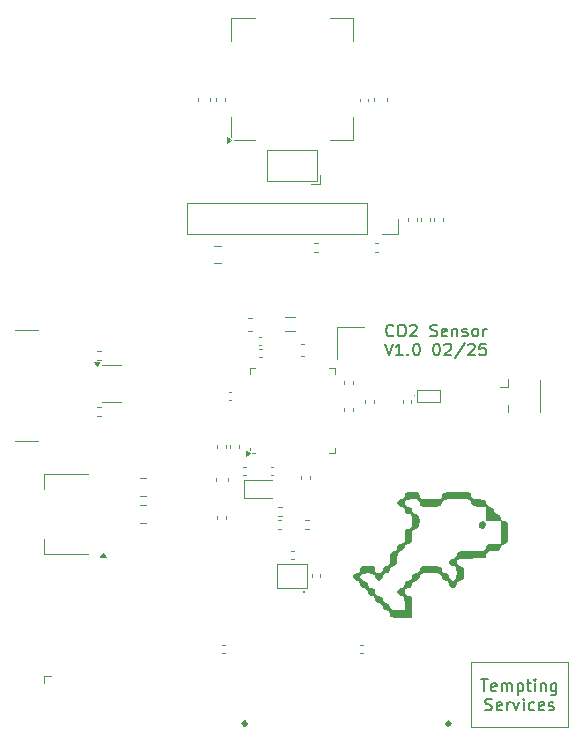
<source format=gbr>
%TF.GenerationSoftware,KiCad,Pcbnew,8.0.6*%
%TF.CreationDate,2025-02-19T14:25:46-08:00*%
%TF.ProjectId,Tempting,54656d70-7469-46e6-972e-6b696361645f,rev?*%
%TF.SameCoordinates,PX7ce2370PY7735940*%
%TF.FileFunction,Legend,Top*%
%TF.FilePolarity,Positive*%
%FSLAX46Y46*%
G04 Gerber Fmt 4.6, Leading zero omitted, Abs format (unit mm)*
G04 Created by KiCad (PCBNEW 8.0.6) date 2025-02-19 14:25:46*
%MOMM*%
%LPD*%
G01*
G04 APERTURE LIST*
%ADD10C,0.100000*%
%ADD11C,0.187500*%
%ADD12C,0.200000*%
%ADD13C,0.120000*%
%ADD14C,0.300000*%
%ADD15C,0.000000*%
G04 APERTURE END LIST*
D10*
X41525000Y7500000D02*
X49775000Y7500000D01*
X49775000Y2000000D01*
X41525000Y2000000D01*
X41525000Y7500000D01*
D11*
X34982878Y35137314D02*
X34935259Y35089694D01*
X34935259Y35089694D02*
X34792402Y35042075D01*
X34792402Y35042075D02*
X34697164Y35042075D01*
X34697164Y35042075D02*
X34554307Y35089694D01*
X34554307Y35089694D02*
X34459069Y35184933D01*
X34459069Y35184933D02*
X34411450Y35280171D01*
X34411450Y35280171D02*
X34363831Y35470647D01*
X34363831Y35470647D02*
X34363831Y35613504D01*
X34363831Y35613504D02*
X34411450Y35803980D01*
X34411450Y35803980D02*
X34459069Y35899218D01*
X34459069Y35899218D02*
X34554307Y35994456D01*
X34554307Y35994456D02*
X34697164Y36042075D01*
X34697164Y36042075D02*
X34792402Y36042075D01*
X34792402Y36042075D02*
X34935259Y35994456D01*
X34935259Y35994456D02*
X34982878Y35946837D01*
X35601926Y36042075D02*
X35792402Y36042075D01*
X35792402Y36042075D02*
X35887640Y35994456D01*
X35887640Y35994456D02*
X35982878Y35899218D01*
X35982878Y35899218D02*
X36030497Y35708742D01*
X36030497Y35708742D02*
X36030497Y35375409D01*
X36030497Y35375409D02*
X35982878Y35184933D01*
X35982878Y35184933D02*
X35887640Y35089694D01*
X35887640Y35089694D02*
X35792402Y35042075D01*
X35792402Y35042075D02*
X35601926Y35042075D01*
X35601926Y35042075D02*
X35506688Y35089694D01*
X35506688Y35089694D02*
X35411450Y35184933D01*
X35411450Y35184933D02*
X35363831Y35375409D01*
X35363831Y35375409D02*
X35363831Y35708742D01*
X35363831Y35708742D02*
X35411450Y35899218D01*
X35411450Y35899218D02*
X35506688Y35994456D01*
X35506688Y35994456D02*
X35601926Y36042075D01*
X36411450Y35946837D02*
X36459069Y35994456D01*
X36459069Y35994456D02*
X36554307Y36042075D01*
X36554307Y36042075D02*
X36792402Y36042075D01*
X36792402Y36042075D02*
X36887640Y35994456D01*
X36887640Y35994456D02*
X36935259Y35946837D01*
X36935259Y35946837D02*
X36982878Y35851599D01*
X36982878Y35851599D02*
X36982878Y35756361D01*
X36982878Y35756361D02*
X36935259Y35613504D01*
X36935259Y35613504D02*
X36363831Y35042075D01*
X36363831Y35042075D02*
X36982878Y35042075D01*
X38125736Y35089694D02*
X38268593Y35042075D01*
X38268593Y35042075D02*
X38506688Y35042075D01*
X38506688Y35042075D02*
X38601926Y35089694D01*
X38601926Y35089694D02*
X38649545Y35137314D01*
X38649545Y35137314D02*
X38697164Y35232552D01*
X38697164Y35232552D02*
X38697164Y35327790D01*
X38697164Y35327790D02*
X38649545Y35423028D01*
X38649545Y35423028D02*
X38601926Y35470647D01*
X38601926Y35470647D02*
X38506688Y35518266D01*
X38506688Y35518266D02*
X38316212Y35565885D01*
X38316212Y35565885D02*
X38220974Y35613504D01*
X38220974Y35613504D02*
X38173355Y35661123D01*
X38173355Y35661123D02*
X38125736Y35756361D01*
X38125736Y35756361D02*
X38125736Y35851599D01*
X38125736Y35851599D02*
X38173355Y35946837D01*
X38173355Y35946837D02*
X38220974Y35994456D01*
X38220974Y35994456D02*
X38316212Y36042075D01*
X38316212Y36042075D02*
X38554307Y36042075D01*
X38554307Y36042075D02*
X38697164Y35994456D01*
X39506688Y35089694D02*
X39411450Y35042075D01*
X39411450Y35042075D02*
X39220974Y35042075D01*
X39220974Y35042075D02*
X39125736Y35089694D01*
X39125736Y35089694D02*
X39078117Y35184933D01*
X39078117Y35184933D02*
X39078117Y35565885D01*
X39078117Y35565885D02*
X39125736Y35661123D01*
X39125736Y35661123D02*
X39220974Y35708742D01*
X39220974Y35708742D02*
X39411450Y35708742D01*
X39411450Y35708742D02*
X39506688Y35661123D01*
X39506688Y35661123D02*
X39554307Y35565885D01*
X39554307Y35565885D02*
X39554307Y35470647D01*
X39554307Y35470647D02*
X39078117Y35375409D01*
X39982879Y35708742D02*
X39982879Y35042075D01*
X39982879Y35613504D02*
X40030498Y35661123D01*
X40030498Y35661123D02*
X40125736Y35708742D01*
X40125736Y35708742D02*
X40268593Y35708742D01*
X40268593Y35708742D02*
X40363831Y35661123D01*
X40363831Y35661123D02*
X40411450Y35565885D01*
X40411450Y35565885D02*
X40411450Y35042075D01*
X40840022Y35089694D02*
X40935260Y35042075D01*
X40935260Y35042075D02*
X41125736Y35042075D01*
X41125736Y35042075D02*
X41220974Y35089694D01*
X41220974Y35089694D02*
X41268593Y35184933D01*
X41268593Y35184933D02*
X41268593Y35232552D01*
X41268593Y35232552D02*
X41220974Y35327790D01*
X41220974Y35327790D02*
X41125736Y35375409D01*
X41125736Y35375409D02*
X40982879Y35375409D01*
X40982879Y35375409D02*
X40887641Y35423028D01*
X40887641Y35423028D02*
X40840022Y35518266D01*
X40840022Y35518266D02*
X40840022Y35565885D01*
X40840022Y35565885D02*
X40887641Y35661123D01*
X40887641Y35661123D02*
X40982879Y35708742D01*
X40982879Y35708742D02*
X41125736Y35708742D01*
X41125736Y35708742D02*
X41220974Y35661123D01*
X41840022Y35042075D02*
X41744784Y35089694D01*
X41744784Y35089694D02*
X41697165Y35137314D01*
X41697165Y35137314D02*
X41649546Y35232552D01*
X41649546Y35232552D02*
X41649546Y35518266D01*
X41649546Y35518266D02*
X41697165Y35613504D01*
X41697165Y35613504D02*
X41744784Y35661123D01*
X41744784Y35661123D02*
X41840022Y35708742D01*
X41840022Y35708742D02*
X41982879Y35708742D01*
X41982879Y35708742D02*
X42078117Y35661123D01*
X42078117Y35661123D02*
X42125736Y35613504D01*
X42125736Y35613504D02*
X42173355Y35518266D01*
X42173355Y35518266D02*
X42173355Y35232552D01*
X42173355Y35232552D02*
X42125736Y35137314D01*
X42125736Y35137314D02*
X42078117Y35089694D01*
X42078117Y35089694D02*
X41982879Y35042075D01*
X41982879Y35042075D02*
X41840022Y35042075D01*
X42601927Y35042075D02*
X42601927Y35708742D01*
X42601927Y35518266D02*
X42649546Y35613504D01*
X42649546Y35613504D02*
X42697165Y35661123D01*
X42697165Y35661123D02*
X42792403Y35708742D01*
X42792403Y35708742D02*
X42887641Y35708742D01*
X34268593Y34432131D02*
X34601926Y33432131D01*
X34601926Y33432131D02*
X34935259Y34432131D01*
X35792402Y33432131D02*
X35220974Y33432131D01*
X35506688Y33432131D02*
X35506688Y34432131D01*
X35506688Y34432131D02*
X35411450Y34289274D01*
X35411450Y34289274D02*
X35316212Y34194036D01*
X35316212Y34194036D02*
X35220974Y34146417D01*
X36220974Y33527370D02*
X36268593Y33479750D01*
X36268593Y33479750D02*
X36220974Y33432131D01*
X36220974Y33432131D02*
X36173355Y33479750D01*
X36173355Y33479750D02*
X36220974Y33527370D01*
X36220974Y33527370D02*
X36220974Y33432131D01*
X36887640Y34432131D02*
X36982878Y34432131D01*
X36982878Y34432131D02*
X37078116Y34384512D01*
X37078116Y34384512D02*
X37125735Y34336893D01*
X37125735Y34336893D02*
X37173354Y34241655D01*
X37173354Y34241655D02*
X37220973Y34051179D01*
X37220973Y34051179D02*
X37220973Y33813084D01*
X37220973Y33813084D02*
X37173354Y33622608D01*
X37173354Y33622608D02*
X37125735Y33527370D01*
X37125735Y33527370D02*
X37078116Y33479750D01*
X37078116Y33479750D02*
X36982878Y33432131D01*
X36982878Y33432131D02*
X36887640Y33432131D01*
X36887640Y33432131D02*
X36792402Y33479750D01*
X36792402Y33479750D02*
X36744783Y33527370D01*
X36744783Y33527370D02*
X36697164Y33622608D01*
X36697164Y33622608D02*
X36649545Y33813084D01*
X36649545Y33813084D02*
X36649545Y34051179D01*
X36649545Y34051179D02*
X36697164Y34241655D01*
X36697164Y34241655D02*
X36744783Y34336893D01*
X36744783Y34336893D02*
X36792402Y34384512D01*
X36792402Y34384512D02*
X36887640Y34432131D01*
X38601926Y34432131D02*
X38697164Y34432131D01*
X38697164Y34432131D02*
X38792402Y34384512D01*
X38792402Y34384512D02*
X38840021Y34336893D01*
X38840021Y34336893D02*
X38887640Y34241655D01*
X38887640Y34241655D02*
X38935259Y34051179D01*
X38935259Y34051179D02*
X38935259Y33813084D01*
X38935259Y33813084D02*
X38887640Y33622608D01*
X38887640Y33622608D02*
X38840021Y33527370D01*
X38840021Y33527370D02*
X38792402Y33479750D01*
X38792402Y33479750D02*
X38697164Y33432131D01*
X38697164Y33432131D02*
X38601926Y33432131D01*
X38601926Y33432131D02*
X38506688Y33479750D01*
X38506688Y33479750D02*
X38459069Y33527370D01*
X38459069Y33527370D02*
X38411450Y33622608D01*
X38411450Y33622608D02*
X38363831Y33813084D01*
X38363831Y33813084D02*
X38363831Y34051179D01*
X38363831Y34051179D02*
X38411450Y34241655D01*
X38411450Y34241655D02*
X38459069Y34336893D01*
X38459069Y34336893D02*
X38506688Y34384512D01*
X38506688Y34384512D02*
X38601926Y34432131D01*
X39316212Y34336893D02*
X39363831Y34384512D01*
X39363831Y34384512D02*
X39459069Y34432131D01*
X39459069Y34432131D02*
X39697164Y34432131D01*
X39697164Y34432131D02*
X39792402Y34384512D01*
X39792402Y34384512D02*
X39840021Y34336893D01*
X39840021Y34336893D02*
X39887640Y34241655D01*
X39887640Y34241655D02*
X39887640Y34146417D01*
X39887640Y34146417D02*
X39840021Y34003560D01*
X39840021Y34003560D02*
X39268593Y33432131D01*
X39268593Y33432131D02*
X39887640Y33432131D01*
X41030497Y34479750D02*
X40173355Y33194036D01*
X41316212Y34336893D02*
X41363831Y34384512D01*
X41363831Y34384512D02*
X41459069Y34432131D01*
X41459069Y34432131D02*
X41697164Y34432131D01*
X41697164Y34432131D02*
X41792402Y34384512D01*
X41792402Y34384512D02*
X41840021Y34336893D01*
X41840021Y34336893D02*
X41887640Y34241655D01*
X41887640Y34241655D02*
X41887640Y34146417D01*
X41887640Y34146417D02*
X41840021Y34003560D01*
X41840021Y34003560D02*
X41268593Y33432131D01*
X41268593Y33432131D02*
X41887640Y33432131D01*
X42792402Y34432131D02*
X42316212Y34432131D01*
X42316212Y34432131D02*
X42268593Y33955941D01*
X42268593Y33955941D02*
X42316212Y34003560D01*
X42316212Y34003560D02*
X42411450Y34051179D01*
X42411450Y34051179D02*
X42649545Y34051179D01*
X42649545Y34051179D02*
X42744783Y34003560D01*
X42744783Y34003560D02*
X42792402Y33955941D01*
X42792402Y33955941D02*
X42840021Y33860703D01*
X42840021Y33860703D02*
X42840021Y33622608D01*
X42840021Y33622608D02*
X42792402Y33527370D01*
X42792402Y33527370D02*
X42744783Y33479750D01*
X42744783Y33479750D02*
X42649545Y33432131D01*
X42649545Y33432131D02*
X42411450Y33432131D01*
X42411450Y33432131D02*
X42316212Y33479750D01*
X42316212Y33479750D02*
X42268593Y33527370D01*
D12*
X42413095Y5992725D02*
X42984523Y5992725D01*
X42698809Y4992725D02*
X42698809Y5992725D01*
X43698809Y5040344D02*
X43603571Y4992725D01*
X43603571Y4992725D02*
X43413095Y4992725D01*
X43413095Y4992725D02*
X43317857Y5040344D01*
X43317857Y5040344D02*
X43270238Y5135583D01*
X43270238Y5135583D02*
X43270238Y5516535D01*
X43270238Y5516535D02*
X43317857Y5611773D01*
X43317857Y5611773D02*
X43413095Y5659392D01*
X43413095Y5659392D02*
X43603571Y5659392D01*
X43603571Y5659392D02*
X43698809Y5611773D01*
X43698809Y5611773D02*
X43746428Y5516535D01*
X43746428Y5516535D02*
X43746428Y5421297D01*
X43746428Y5421297D02*
X43270238Y5326059D01*
X44175000Y4992725D02*
X44175000Y5659392D01*
X44175000Y5564154D02*
X44222619Y5611773D01*
X44222619Y5611773D02*
X44317857Y5659392D01*
X44317857Y5659392D02*
X44460714Y5659392D01*
X44460714Y5659392D02*
X44555952Y5611773D01*
X44555952Y5611773D02*
X44603571Y5516535D01*
X44603571Y5516535D02*
X44603571Y4992725D01*
X44603571Y5516535D02*
X44651190Y5611773D01*
X44651190Y5611773D02*
X44746428Y5659392D01*
X44746428Y5659392D02*
X44889285Y5659392D01*
X44889285Y5659392D02*
X44984524Y5611773D01*
X44984524Y5611773D02*
X45032143Y5516535D01*
X45032143Y5516535D02*
X45032143Y4992725D01*
X45508333Y5659392D02*
X45508333Y4659392D01*
X45508333Y5611773D02*
X45603571Y5659392D01*
X45603571Y5659392D02*
X45794047Y5659392D01*
X45794047Y5659392D02*
X45889285Y5611773D01*
X45889285Y5611773D02*
X45936904Y5564154D01*
X45936904Y5564154D02*
X45984523Y5468916D01*
X45984523Y5468916D02*
X45984523Y5183202D01*
X45984523Y5183202D02*
X45936904Y5087964D01*
X45936904Y5087964D02*
X45889285Y5040344D01*
X45889285Y5040344D02*
X45794047Y4992725D01*
X45794047Y4992725D02*
X45603571Y4992725D01*
X45603571Y4992725D02*
X45508333Y5040344D01*
X46270238Y5659392D02*
X46651190Y5659392D01*
X46413095Y5992725D02*
X46413095Y5135583D01*
X46413095Y5135583D02*
X46460714Y5040344D01*
X46460714Y5040344D02*
X46555952Y4992725D01*
X46555952Y4992725D02*
X46651190Y4992725D01*
X46984524Y4992725D02*
X46984524Y5659392D01*
X46984524Y5992725D02*
X46936905Y5945106D01*
X46936905Y5945106D02*
X46984524Y5897487D01*
X46984524Y5897487D02*
X47032143Y5945106D01*
X47032143Y5945106D02*
X46984524Y5992725D01*
X46984524Y5992725D02*
X46984524Y5897487D01*
X47460714Y5659392D02*
X47460714Y4992725D01*
X47460714Y5564154D02*
X47508333Y5611773D01*
X47508333Y5611773D02*
X47603571Y5659392D01*
X47603571Y5659392D02*
X47746428Y5659392D01*
X47746428Y5659392D02*
X47841666Y5611773D01*
X47841666Y5611773D02*
X47889285Y5516535D01*
X47889285Y5516535D02*
X47889285Y4992725D01*
X48794047Y5659392D02*
X48794047Y4849868D01*
X48794047Y4849868D02*
X48746428Y4754630D01*
X48746428Y4754630D02*
X48698809Y4707011D01*
X48698809Y4707011D02*
X48603571Y4659392D01*
X48603571Y4659392D02*
X48460714Y4659392D01*
X48460714Y4659392D02*
X48365476Y4707011D01*
X48794047Y5040344D02*
X48698809Y4992725D01*
X48698809Y4992725D02*
X48508333Y4992725D01*
X48508333Y4992725D02*
X48413095Y5040344D01*
X48413095Y5040344D02*
X48365476Y5087964D01*
X48365476Y5087964D02*
X48317857Y5183202D01*
X48317857Y5183202D02*
X48317857Y5468916D01*
X48317857Y5468916D02*
X48365476Y5564154D01*
X48365476Y5564154D02*
X48413095Y5611773D01*
X48413095Y5611773D02*
X48508333Y5659392D01*
X48508333Y5659392D02*
X48698809Y5659392D01*
X48698809Y5659392D02*
X48794047Y5611773D01*
X42770238Y3430400D02*
X42913095Y3382781D01*
X42913095Y3382781D02*
X43151190Y3382781D01*
X43151190Y3382781D02*
X43246428Y3430400D01*
X43246428Y3430400D02*
X43294047Y3478020D01*
X43294047Y3478020D02*
X43341666Y3573258D01*
X43341666Y3573258D02*
X43341666Y3668496D01*
X43341666Y3668496D02*
X43294047Y3763734D01*
X43294047Y3763734D02*
X43246428Y3811353D01*
X43246428Y3811353D02*
X43151190Y3858972D01*
X43151190Y3858972D02*
X42960714Y3906591D01*
X42960714Y3906591D02*
X42865476Y3954210D01*
X42865476Y3954210D02*
X42817857Y4001829D01*
X42817857Y4001829D02*
X42770238Y4097067D01*
X42770238Y4097067D02*
X42770238Y4192305D01*
X42770238Y4192305D02*
X42817857Y4287543D01*
X42817857Y4287543D02*
X42865476Y4335162D01*
X42865476Y4335162D02*
X42960714Y4382781D01*
X42960714Y4382781D02*
X43198809Y4382781D01*
X43198809Y4382781D02*
X43341666Y4335162D01*
X44151190Y3430400D02*
X44055952Y3382781D01*
X44055952Y3382781D02*
X43865476Y3382781D01*
X43865476Y3382781D02*
X43770238Y3430400D01*
X43770238Y3430400D02*
X43722619Y3525639D01*
X43722619Y3525639D02*
X43722619Y3906591D01*
X43722619Y3906591D02*
X43770238Y4001829D01*
X43770238Y4001829D02*
X43865476Y4049448D01*
X43865476Y4049448D02*
X44055952Y4049448D01*
X44055952Y4049448D02*
X44151190Y4001829D01*
X44151190Y4001829D02*
X44198809Y3906591D01*
X44198809Y3906591D02*
X44198809Y3811353D01*
X44198809Y3811353D02*
X43722619Y3716115D01*
X44627381Y3382781D02*
X44627381Y4049448D01*
X44627381Y3858972D02*
X44675000Y3954210D01*
X44675000Y3954210D02*
X44722619Y4001829D01*
X44722619Y4001829D02*
X44817857Y4049448D01*
X44817857Y4049448D02*
X44913095Y4049448D01*
X45151191Y4049448D02*
X45389286Y3382781D01*
X45389286Y3382781D02*
X45627381Y4049448D01*
X46008334Y3382781D02*
X46008334Y4049448D01*
X46008334Y4382781D02*
X45960715Y4335162D01*
X45960715Y4335162D02*
X46008334Y4287543D01*
X46008334Y4287543D02*
X46055953Y4335162D01*
X46055953Y4335162D02*
X46008334Y4382781D01*
X46008334Y4382781D02*
X46008334Y4287543D01*
X46913095Y3430400D02*
X46817857Y3382781D01*
X46817857Y3382781D02*
X46627381Y3382781D01*
X46627381Y3382781D02*
X46532143Y3430400D01*
X46532143Y3430400D02*
X46484524Y3478020D01*
X46484524Y3478020D02*
X46436905Y3573258D01*
X46436905Y3573258D02*
X46436905Y3858972D01*
X46436905Y3858972D02*
X46484524Y3954210D01*
X46484524Y3954210D02*
X46532143Y4001829D01*
X46532143Y4001829D02*
X46627381Y4049448D01*
X46627381Y4049448D02*
X46817857Y4049448D01*
X46817857Y4049448D02*
X46913095Y4001829D01*
X47722619Y3430400D02*
X47627381Y3382781D01*
X47627381Y3382781D02*
X47436905Y3382781D01*
X47436905Y3382781D02*
X47341667Y3430400D01*
X47341667Y3430400D02*
X47294048Y3525639D01*
X47294048Y3525639D02*
X47294048Y3906591D01*
X47294048Y3906591D02*
X47341667Y4001829D01*
X47341667Y4001829D02*
X47436905Y4049448D01*
X47436905Y4049448D02*
X47627381Y4049448D01*
X47627381Y4049448D02*
X47722619Y4001829D01*
X47722619Y4001829D02*
X47770238Y3906591D01*
X47770238Y3906591D02*
X47770238Y3811353D01*
X47770238Y3811353D02*
X47294048Y3716115D01*
X48151191Y3430400D02*
X48246429Y3382781D01*
X48246429Y3382781D02*
X48436905Y3382781D01*
X48436905Y3382781D02*
X48532143Y3430400D01*
X48532143Y3430400D02*
X48579762Y3525639D01*
X48579762Y3525639D02*
X48579762Y3573258D01*
X48579762Y3573258D02*
X48532143Y3668496D01*
X48532143Y3668496D02*
X48436905Y3716115D01*
X48436905Y3716115D02*
X48294048Y3716115D01*
X48294048Y3716115D02*
X48198810Y3763734D01*
X48198810Y3763734D02*
X48151191Y3858972D01*
X48151191Y3858972D02*
X48151191Y3906591D01*
X48151191Y3906591D02*
X48198810Y4001829D01*
X48198810Y4001829D02*
X48294048Y4049448D01*
X48294048Y4049448D02*
X48436905Y4049448D01*
X48436905Y4049448D02*
X48532143Y4001829D01*
D13*
%TO.C,R10*%
X10203641Y29040000D02*
X9896359Y29040000D01*
X10203641Y28280000D02*
X9896359Y28280000D01*
%TO.C,C5*%
X35777500Y29632836D02*
X35777500Y29417164D01*
X36497500Y29632836D02*
X36497500Y29417164D01*
D14*
%TO.C,SW2*%
X39775000Y2250000D02*
G75*
G02*
X39525000Y2250000I-125000J0D01*
G01*
X39525000Y2250000D02*
G75*
G02*
X39775000Y2250000I125000J0D01*
G01*
D13*
%TO.C,J4*%
X4920000Y35590000D02*
X2920000Y35590000D01*
X4920000Y26190000D02*
X2920000Y26190000D01*
%TO.C,R4*%
X36270000Y44796359D02*
X36270000Y45103641D01*
X37030000Y44796359D02*
X37030000Y45103641D01*
%TO.C,R9*%
X10203641Y33830000D02*
X9896359Y33830000D01*
X10203641Y33070000D02*
X9896359Y33070000D01*
%TO.C,C2*%
X19940000Y23090580D02*
X19940000Y22809420D01*
X20960000Y23090580D02*
X20960000Y22809420D01*
%TO.C,R1*%
X25221359Y20630000D02*
X25528641Y20630000D01*
X25221359Y19870000D02*
X25528641Y19870000D01*
%TO.C,C13*%
X21277836Y30360000D02*
X21062164Y30360000D01*
X21277836Y29640000D02*
X21062164Y29640000D01*
D15*
%TO.C,G\u002A\u002A\u002A*%
G36*
X42802169Y19261355D02*
G01*
X42853704Y19058642D01*
X42742837Y18796597D01*
X42540124Y18745062D01*
X42278080Y18855929D01*
X42226544Y19058642D01*
X42337411Y19320686D01*
X42540124Y19372222D01*
X42802169Y19261355D01*
G37*
G36*
X40970019Y21874317D02*
G01*
X41344571Y21844164D01*
X41531794Y21774635D01*
X41594768Y21649962D01*
X41599383Y21567284D01*
X41651976Y21362128D01*
X41864548Y21271457D01*
X42226544Y21253704D01*
X42636855Y21227407D01*
X42818197Y21121121D01*
X42853704Y20940123D01*
X42964572Y20678079D01*
X43167285Y20626543D01*
X43429329Y20515676D01*
X43480865Y20312963D01*
X43591732Y20050918D01*
X43794445Y19999383D01*
X44056490Y19888515D01*
X44108025Y19685802D01*
X44218893Y19423758D01*
X44421606Y19372222D01*
X44596747Y19337897D01*
X44691383Y19187111D01*
X44729421Y18848153D01*
X44735186Y18431481D01*
X44723744Y17906059D01*
X44673482Y17622148D01*
X44560496Y17508035D01*
X44421606Y17490741D01*
X44159561Y17379873D01*
X44108025Y17177160D01*
X44055432Y16972005D01*
X43842860Y16881334D01*
X43480865Y16863580D01*
X43070554Y16837284D01*
X42889212Y16730998D01*
X42853704Y16550000D01*
X42827517Y16393761D01*
X42706905Y16300123D01*
X42428790Y16253317D01*
X41930095Y16237573D01*
X41599383Y16236420D01*
X40974427Y16229873D01*
X40599875Y16199720D01*
X40412651Y16130191D01*
X40349678Y16005517D01*
X40345062Y15922839D01*
X40455930Y15660795D01*
X40658643Y15609259D01*
X40863798Y15556666D01*
X40954469Y15344094D01*
X40972223Y14982099D01*
X40945926Y14571787D01*
X40839640Y14390446D01*
X40658643Y14354938D01*
X40396598Y14244071D01*
X40345062Y14041358D01*
X40234195Y13779313D01*
X40031482Y13727778D01*
X39769438Y13838645D01*
X39717902Y14041358D01*
X39607035Y14303402D01*
X39404322Y14354938D01*
X39142277Y14465805D01*
X39090741Y14668518D01*
X39056416Y14843659D01*
X38905631Y14938296D01*
X38566672Y14976334D01*
X38150001Y14982099D01*
X37624578Y14970657D01*
X37340667Y14920395D01*
X37226555Y14807409D01*
X37209260Y14668518D01*
X37098393Y14406474D01*
X36895680Y14354938D01*
X36633635Y14244071D01*
X36582099Y14041358D01*
X36471232Y13779313D01*
X36268519Y13727778D01*
X36006475Y13616910D01*
X35954939Y13414197D01*
X36065806Y13152153D01*
X36268519Y13100617D01*
X36443660Y13066292D01*
X36538297Y12915506D01*
X36576334Y12576548D01*
X36582099Y12159876D01*
X36582099Y11219136D01*
X35641359Y11219136D01*
X35115936Y11230577D01*
X34832025Y11280839D01*
X34717913Y11393825D01*
X34700618Y11532716D01*
X34589751Y11794760D01*
X34387038Y11846296D01*
X34124993Y11957163D01*
X34073457Y12159876D01*
X33962590Y12421921D01*
X33759877Y12473457D01*
X33497833Y12584324D01*
X33446297Y12787037D01*
X33335430Y13049081D01*
X33132717Y13100617D01*
X32870672Y13211484D01*
X32819136Y13414197D01*
X32708269Y13676242D01*
X32505556Y13727778D01*
X32243512Y13838645D01*
X32191976Y14041358D01*
X32081109Y14303402D01*
X31878396Y14354938D01*
X31616351Y14465805D01*
X31564815Y14668518D01*
X32191976Y14668518D01*
X32302843Y14406474D01*
X32505556Y14354938D01*
X32767601Y14244071D01*
X32819136Y14041358D01*
X32930004Y13779313D01*
X33132717Y13727778D01*
X33394761Y13616910D01*
X33446297Y13414197D01*
X33557164Y13152153D01*
X33759877Y13100617D01*
X34021922Y12989750D01*
X34073457Y12787037D01*
X34184325Y12524992D01*
X34387038Y12473457D01*
X34649082Y12362589D01*
X34700618Y12159876D01*
X34753211Y11954721D01*
X34965783Y11864050D01*
X35327778Y11846296D01*
X35954939Y11846296D01*
X35954939Y12473457D01*
X35928642Y12883768D01*
X35822356Y13065109D01*
X35641359Y13100617D01*
X35379314Y13211484D01*
X35327778Y13414197D01*
X35438646Y13676242D01*
X35641359Y13727778D01*
X35903403Y13838645D01*
X35954939Y14041358D01*
X36065806Y14303402D01*
X36268519Y14354938D01*
X36530564Y14465805D01*
X36582099Y14668518D01*
X36692967Y14930563D01*
X36895680Y14982099D01*
X37157724Y15092966D01*
X37209260Y15295679D01*
X37243585Y15470820D01*
X37394371Y15565457D01*
X37733329Y15603494D01*
X38150001Y15609259D01*
X38675423Y15597817D01*
X38959334Y15547555D01*
X39073447Y15434569D01*
X39090741Y15295679D01*
X39201609Y15033634D01*
X39404322Y14982099D01*
X39666366Y14871231D01*
X39717902Y14668518D01*
X39828769Y14406474D01*
X40031482Y14354938D01*
X40236638Y14407531D01*
X40327309Y14620103D01*
X40345062Y14982099D01*
X40318766Y15392410D01*
X40212480Y15573751D01*
X40031482Y15609259D01*
X39769438Y15720126D01*
X39717902Y15922839D01*
X39828769Y16184884D01*
X40031482Y16236420D01*
X40293527Y16347287D01*
X40345062Y16550000D01*
X40371249Y16706239D01*
X40491862Y16799877D01*
X40769977Y16846683D01*
X41268672Y16862426D01*
X41599383Y16863580D01*
X42224340Y16870127D01*
X42598892Y16900280D01*
X42786115Y16969809D01*
X42849089Y17094483D01*
X42853704Y17177160D01*
X42906297Y17382316D01*
X43118869Y17472987D01*
X43480865Y17490741D01*
X44108025Y17490741D01*
X44108025Y18431481D01*
X44108025Y19372222D01*
X43480865Y19372222D01*
X42853704Y19372222D01*
X42853704Y19999383D01*
X42853704Y20626543D01*
X42226544Y20626543D01*
X41816233Y20652840D01*
X41634891Y20759126D01*
X41599383Y20940123D01*
X41573196Y21096362D01*
X41452584Y21190000D01*
X41174469Y21236806D01*
X40675774Y21252550D01*
X40345062Y21253704D01*
X39720106Y21247157D01*
X39345554Y21217004D01*
X39158330Y21147475D01*
X39095357Y21022801D01*
X39090741Y20940123D01*
X39056416Y20764982D01*
X38905631Y20670345D01*
X38566672Y20632308D01*
X38150001Y20626543D01*
X37624578Y20637985D01*
X37340667Y20688247D01*
X37226555Y20801233D01*
X37209260Y20940123D01*
X37156667Y21145279D01*
X36944095Y21235950D01*
X36582099Y21253704D01*
X36171788Y21227407D01*
X35990447Y21121121D01*
X35954939Y20940123D01*
X36065806Y20678079D01*
X36268519Y20626543D01*
X36530564Y20515676D01*
X36582099Y20312963D01*
X36692967Y20050918D01*
X36895680Y19999383D01*
X37100835Y19946789D01*
X37191506Y19734218D01*
X37209260Y19372222D01*
X37182963Y18961911D01*
X37076677Y18780569D01*
X36895680Y18745062D01*
X36690524Y18692469D01*
X36599853Y18479897D01*
X36582099Y18117901D01*
X36555803Y17707590D01*
X36449517Y17526248D01*
X36268519Y17490741D01*
X36006475Y17379873D01*
X35954939Y17177160D01*
X35844072Y16915116D01*
X35641359Y16863580D01*
X35436203Y16810987D01*
X35345532Y16598415D01*
X35327778Y16236420D01*
X35301482Y15826108D01*
X35195196Y15644767D01*
X35014198Y15609259D01*
X34752154Y15498392D01*
X34700618Y15295679D01*
X34589751Y15033634D01*
X34387038Y14982099D01*
X34124993Y14871231D01*
X34073457Y14668518D01*
X33962590Y14406474D01*
X33759877Y14354938D01*
X33497833Y14465805D01*
X33446297Y14668518D01*
X33393704Y14873674D01*
X33181132Y14964345D01*
X32819136Y14982099D01*
X32408825Y14955802D01*
X32227484Y14849516D01*
X32191976Y14668518D01*
X31564815Y14668518D01*
X31675683Y14930563D01*
X31878396Y14982099D01*
X32140440Y15092966D01*
X32191976Y15295679D01*
X32244569Y15500834D01*
X32457141Y15591505D01*
X32819136Y15609259D01*
X33229448Y15582963D01*
X33410789Y15476677D01*
X33446297Y15295679D01*
X33557164Y15033634D01*
X33759877Y14982099D01*
X34021922Y15092966D01*
X34073457Y15295679D01*
X34184325Y15557723D01*
X34387038Y15609259D01*
X34592193Y15661852D01*
X34682864Y15874424D01*
X34700618Y16236420D01*
X34726914Y16646731D01*
X34833200Y16828072D01*
X35014198Y16863580D01*
X35276243Y16974447D01*
X35327778Y17177160D01*
X35438646Y17439205D01*
X35641359Y17490741D01*
X35846514Y17543334D01*
X35937185Y17755906D01*
X35954939Y18117901D01*
X35981235Y18528212D01*
X36087521Y18709554D01*
X36268519Y18745062D01*
X36473675Y18797655D01*
X36564346Y19010227D01*
X36582099Y19372222D01*
X36555803Y19782533D01*
X36449517Y19963875D01*
X36268519Y19999383D01*
X36006475Y20110250D01*
X35954939Y20312963D01*
X35844072Y20575007D01*
X35641359Y20626543D01*
X35379314Y20737410D01*
X35327778Y20940123D01*
X35438646Y21202168D01*
X35641359Y21253704D01*
X35903403Y21364571D01*
X35954939Y21567284D01*
X36007532Y21772439D01*
X36220104Y21863110D01*
X36582099Y21880864D01*
X36992411Y21854567D01*
X37173752Y21748282D01*
X37209260Y21567284D01*
X37243585Y21392143D01*
X37394371Y21297506D01*
X37733329Y21259468D01*
X38150001Y21253704D01*
X38675423Y21265145D01*
X38959334Y21315407D01*
X39073447Y21428393D01*
X39090741Y21567284D01*
X39116928Y21723523D01*
X39237541Y21817161D01*
X39515656Y21863967D01*
X40014351Y21879710D01*
X40345062Y21880864D01*
X40970019Y21874317D01*
G37*
D13*
%TO.C,C20*%
X19990000Y55187836D02*
X19990000Y54972164D01*
X20710000Y55187836D02*
X20710000Y54972164D01*
%TO.C,J1*%
X44690000Y31400000D02*
X44690000Y30760000D01*
X44690000Y30760000D02*
X44060000Y30760000D01*
X44690000Y28600000D02*
X44690000Y29240000D01*
X47410000Y31350000D02*
X47410000Y28650000D01*
%TO.C,C24*%
X28090000Y14927836D02*
X28090000Y14712164D01*
X28810000Y14927836D02*
X28810000Y14712164D01*
%TO.C,R5*%
X33396359Y42980000D02*
X33703641Y42980000D01*
X33396359Y42220000D02*
X33703641Y42220000D01*
%TO.C,C22*%
X22990580Y36560000D02*
X22709420Y36560000D01*
X22990580Y35540000D02*
X22709420Y35540000D01*
%TO.C,R3*%
X37345000Y44796359D02*
X37345000Y45103641D01*
X38105000Y44796359D02*
X38105000Y45103641D01*
%TO.C,U2*%
X21270000Y61985000D02*
X23245000Y61985000D01*
X21270000Y60010000D02*
X21270000Y61985000D01*
X21270000Y53640000D02*
X21270000Y51965000D01*
X23245000Y51665000D02*
X21510000Y51665000D01*
X31590000Y61985000D02*
X29615000Y61985000D01*
X31590000Y60010000D02*
X31590000Y61985000D01*
X31590000Y53640000D02*
X31590000Y51665000D01*
X31590000Y51665000D02*
X29615000Y51665000D01*
X21270000Y51665000D02*
X20940000Y51425000D01*
X20940000Y51905000D01*
X21270000Y51665000D01*
G36*
X21270000Y51665000D02*
G01*
X20940000Y51425000D01*
X20940000Y51905000D01*
X21270000Y51665000D01*
G37*
%TO.C,C6*%
X20065000Y19592164D02*
X20065000Y19807836D01*
X20785000Y19592164D02*
X20785000Y19807836D01*
%TO.C,C9*%
X27159420Y34410000D02*
X27440580Y34410000D01*
X27159420Y33390000D02*
X27440580Y33390000D01*
%TO.C,C18*%
X30840000Y31257836D02*
X30840000Y31042164D01*
X31560000Y31257836D02*
X31560000Y31042164D01*
%TO.C,FLT1*%
D10*
X36987500Y30500000D02*
X38912500Y30500000D01*
X38912500Y29500000D01*
X36987500Y29500000D01*
X36987500Y30500000D01*
X36822855Y30000000D02*
G75*
G02*
X36752145Y30000000I-35355J0D01*
G01*
X36752145Y30000000D02*
G75*
G02*
X36822855Y30000000I35355J0D01*
G01*
D13*
%TO.C,C19*%
X20090000Y25622164D02*
X20090000Y25837836D01*
X20810000Y25622164D02*
X20810000Y25837836D01*
%TO.C,C3*%
X23807836Y35010000D02*
X23592164Y35010000D01*
X23807836Y34290000D02*
X23592164Y34290000D01*
%TO.C,C10*%
X30840000Y28957836D02*
X30840000Y28742164D01*
X31560000Y28957836D02*
X31560000Y28742164D01*
%TO.C,U5*%
X11162500Y32610000D02*
X10362500Y32610000D01*
X11162500Y32610000D02*
X11962500Y32610000D01*
X11162500Y29490000D02*
X10362500Y29490000D01*
X11162500Y29490000D02*
X11962500Y29490000D01*
X9862500Y32560000D02*
X9622500Y32890000D01*
X10102500Y32890000D01*
X9862500Y32560000D01*
G36*
X9862500Y32560000D02*
G01*
X9622500Y32890000D01*
X10102500Y32890000D01*
X9862500Y32560000D01*
G37*
%TO.C,C11*%
X22482836Y23985000D02*
X22267164Y23985000D01*
X22482836Y23265000D02*
X22267164Y23265000D01*
%TO.C,C27*%
X32187164Y8935000D02*
X32402836Y8935000D01*
X32187164Y8215000D02*
X32402836Y8215000D01*
%TO.C,R2*%
X38395000Y44796359D02*
X38395000Y45103641D01*
X39155000Y44796359D02*
X39155000Y45103641D01*
%TO.C,C7*%
X27190000Y23207836D02*
X27190000Y22992164D01*
X27910000Y23207836D02*
X27910000Y22992164D01*
%TO.C,U4*%
D10*
X27680000Y15775000D02*
X25180000Y15775000D01*
X25180000Y13775000D01*
X27680000Y13775000D01*
X27680000Y15775000D01*
X27455000Y13400000D02*
G75*
G02*
X27405000Y13400000I-25000J0D01*
G01*
X27405000Y13400000D02*
G75*
G02*
X27455000Y13400000I25000J0D01*
G01*
X27530000Y13400000D02*
G75*
G02*
X27330000Y13400000I-100000J0D01*
G01*
X27330000Y13400000D02*
G75*
G02*
X27530000Y13400000I100000J0D01*
G01*
D13*
%TO.C,J3*%
X5400000Y6305000D02*
X6035000Y6305000D01*
X5400000Y5670000D02*
X5400000Y6305000D01*
%TO.C,C8*%
X32602500Y29627836D02*
X32602500Y29412164D01*
X33322500Y29627836D02*
X33322500Y29412164D01*
%TO.C,L2*%
X26649622Y36660000D02*
X25850378Y36660000D01*
X26649622Y35540000D02*
X25850378Y35540000D01*
%TO.C,U1*%
X5390000Y23410000D02*
X5390000Y22150000D01*
X5390000Y16590000D02*
X5390000Y17850000D01*
X9150000Y23410000D02*
X5390000Y23410000D01*
X9150000Y16590000D02*
X5390000Y16590000D01*
X10670000Y16360000D02*
X10190000Y16360000D01*
X10430000Y16690000D01*
X10670000Y16360000D01*
G36*
X10670000Y16360000D02*
G01*
X10190000Y16360000D01*
X10430000Y16690000D01*
X10670000Y16360000D01*
G37*
D14*
%TO.C,SW1*%
X22525000Y2250000D02*
G75*
G02*
X22275000Y2250000I-125000J0D01*
G01*
X22275000Y2250000D02*
G75*
G02*
X22525000Y2250000I125000J0D01*
G01*
D13*
%TO.C,X2*%
X22350000Y22925000D02*
X22350000Y21325000D01*
X22350000Y21325000D02*
X24750000Y21325000D01*
X24750000Y22925000D02*
X22350000Y22925000D01*
%TO.C,J2*%
X17480000Y46330000D02*
X17480000Y43670000D01*
X32780000Y46330000D02*
X17480000Y46330000D01*
X32780000Y46330000D02*
X32780000Y43670000D01*
X32780000Y43670000D02*
X17480000Y43670000D01*
X35380000Y45000000D02*
X35380000Y43670000D01*
X35380000Y43670000D02*
X34050000Y43670000D01*
%TO.C,X1*%
X30200000Y35815000D02*
X30200000Y33115000D01*
X32500000Y35815000D02*
X30200000Y35815000D01*
%TO.C,C4*%
X13538748Y20735000D02*
X14061252Y20735000D01*
X13538748Y19265000D02*
X14061252Y19265000D01*
%TO.C,C14*%
X18440000Y55220580D02*
X18440000Y54939420D01*
X19460000Y55220580D02*
X19460000Y54939420D01*
%TO.C,U3*%
X22820000Y32360000D02*
X23295000Y32360000D01*
X22820000Y31885000D02*
X22820000Y32360000D01*
X22820000Y25615000D02*
X22820000Y25440000D01*
X23295000Y25140000D02*
X23060000Y25140000D01*
X30040000Y32360000D02*
X29565000Y32360000D01*
X30040000Y31885000D02*
X30040000Y32360000D01*
X30040000Y25615000D02*
X30040000Y25140000D01*
X30040000Y25140000D02*
X29565000Y25140000D01*
X22820000Y25140000D02*
X22490000Y24900000D01*
X22490000Y25380000D01*
X22820000Y25140000D01*
G36*
X22820000Y25140000D02*
G01*
X22490000Y24900000D01*
X22490000Y25380000D01*
X22820000Y25140000D01*
G37*
%TO.C,R6*%
X25503641Y19505000D02*
X25196359Y19505000D01*
X25503641Y18745000D02*
X25196359Y18745000D01*
%TO.C,R7*%
X27536359Y19505000D02*
X27843641Y19505000D01*
X27536359Y18745000D02*
X27843641Y18745000D01*
%TO.C,C17*%
X32140000Y55182836D02*
X32140000Y54967164D01*
X32860000Y55182836D02*
X32860000Y54967164D01*
%TO.C,C15*%
X24592164Y23995000D02*
X24807836Y23995000D01*
X24592164Y23275000D02*
X24807836Y23275000D01*
%TO.C,C21*%
X23827836Y34010000D02*
X23612164Y34010000D01*
X23827836Y33290000D02*
X23612164Y33290000D01*
%TO.C,C12*%
X33390000Y55215580D02*
X33390000Y54934420D01*
X34410000Y55215580D02*
X34410000Y54934420D01*
%TO.C,C1*%
X13538748Y23035000D02*
X14061252Y23035000D01*
X13538748Y21565000D02*
X14061252Y21565000D01*
%TO.C,R8*%
X28603641Y42980000D02*
X28296359Y42980000D01*
X28603641Y42220000D02*
X28296359Y42220000D01*
%TO.C,C26*%
X20707836Y8920000D02*
X20492164Y8920000D01*
X20707836Y8200000D02*
X20492164Y8200000D01*
%TO.C,C16*%
X21190000Y25622164D02*
X21190000Y25837836D01*
X21910000Y25622164D02*
X21910000Y25837836D01*
D10*
%TO.C,D1*%
X28055000Y47950000D02*
X28780000Y47950000D01*
X28780000Y48675000D02*
X28780000Y47950000D01*
X28555000Y48200000D02*
X24280000Y48200000D01*
X24280000Y50825000D01*
X28555000Y50825000D01*
X28555000Y48200000D01*
D13*
%TO.C,C23*%
X26342164Y16910000D02*
X26557836Y16910000D01*
X26342164Y16190000D02*
X26557836Y16190000D01*
%TO.C,C25*%
X19838748Y42735000D02*
X20361252Y42735000D01*
X19838748Y41265000D02*
X20361252Y41265000D01*
%TD*%
M02*

</source>
